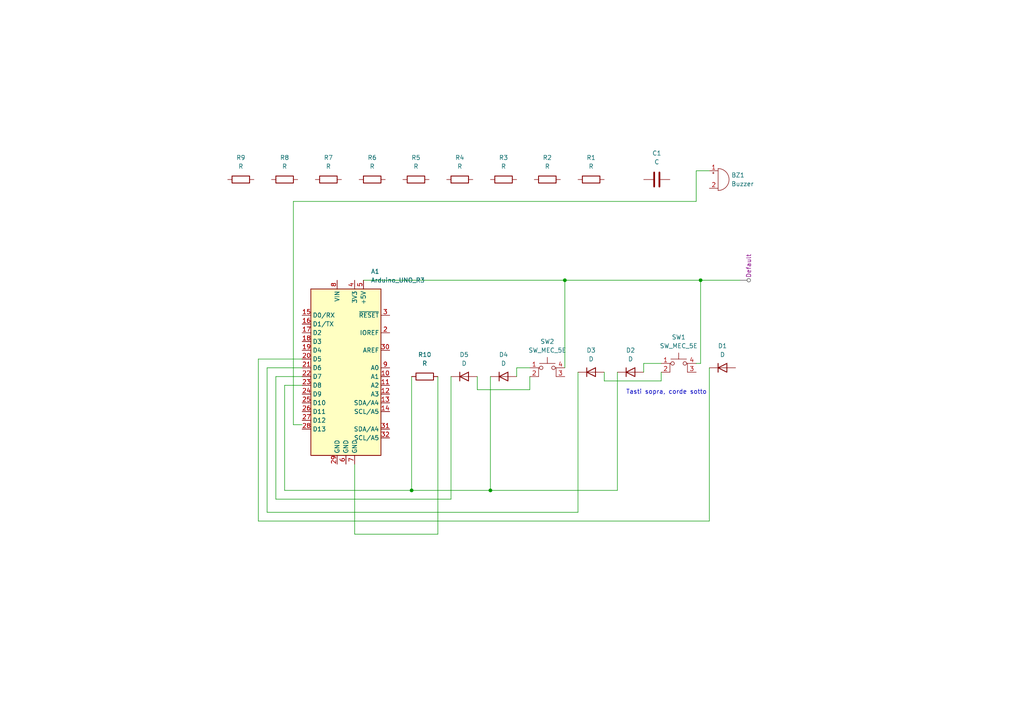
<source format=kicad_sch>
(kicad_sch (version 20250114) (generator "eeschema") (generator_version "9.0")
  (paper "A4")
  (lib_symbols
    (symbol "Device:Buzzer" (pin_names (offset 0.0254) (hide yes))
      (property "Reference" "BZ" (at 3.81 1.27 0))
      (property "Value" "Buzzer" (at 3.81 -1.27 0))
      (symbol "Buzzer_0_1"
        (polyline (pts (xy -1.651 1.905) (xy -1.143 1.905)))
        (polyline (pts (xy -1.397 2.159) (xy -1.397 1.651)))
        (arc (start 0 3.175) (mid 3.1612 0) (end 0 -3.175))
        (polyline (pts (xy 0 3.175) (xy 0 -3.175)))
      )
      (symbol "Buzzer_1_1"
        (pin passive line (at -2.54 2.54 0) (length 2.54) (name "+") (number "1"))
        (pin passive line (at -2.54 -2.54 0) (length 2.54) (name "-") (number "2"))
      )
    )
    (symbol "Device:C" (pin_numbers (hide yes)) (pin_names (offset 0.254))
      (property "Reference" "C" (at 0.635 2.54 0))
      (property "Value" "C" (at 0.635 -2.54 0))
      (symbol "C_0_1"
        (polyline (pts (xy -2.032 0.762) (xy 2.032 0.762)) (stroke (width 0.508)))
        (polyline (pts (xy -2.032 -0.762) (xy 2.032 -0.762)) (stroke (width 0.508)))
      )
      (symbol "C_1_1"
        (pin passive line (at 0 3.81 270) (length 2.794) (name "~") (number "1"))
        (pin passive line (at 0 -3.81 90) (length 2.794) (name "~") (number "2"))
      )
    )
    (symbol "Device:D" (pin_numbers (hide yes)) (pin_names (offset 1.016) (hide yes))
      (property "Reference" "D" (at 0 2.54 0))
      (property "Value" "D" (at 0 -2.54 0))
      (symbol "D_0_1"
        (polyline (pts (xy -1.27 1.27) (xy -1.27 -1.27)) (stroke (width 0.254)))
        (polyline (pts (xy 1.27 1.27) (xy 1.27 -1.27) (xy -1.27 0) (xy 1.27 1.27)) (stroke (width 0.254)))
        (polyline (pts (xy 1.27 0) (xy -1.27 0)))
      )
      (symbol "D_1_1"
        (pin passive line (at -3.81 0 0) (length 2.54) (name "K") (number "1"))
        (pin passive line (at 3.81 0 180) (length 2.54) (name "A") (number "2"))
      )
    )
    (symbol "Device:R" (pin_numbers (hide yes)) (pin_names (offset 0))
      (property "Reference" "R" (at 2.032 0 90))
      (property "Value" "R" (at 0 0 90))
      (symbol "R_0_1"
        (rectangle (start -1.016 -2.54) (end 1.016 2.54) (stroke (width 0.254)))
      )
      (symbol "R_1_1"
        (pin passive line (at 0 3.81 270) (length 1.27) (name "~") (number "1"))
        (pin passive line (at 0 -3.81 90) (length 1.27) (name "~") (number "2"))
      )
    )
    (symbol "MCU_Module:Arduino_UNO_R3"
      (property "Reference" "A" (at -10.16 23.495 0))
      (property "Value" "Arduino_UNO_R3" (at 5.08 -26.67 0))
      (symbol "Arduino_UNO_R3_0_1"
        (rectangle (start -10.16 22.86) (end 10.16 -25.4) (stroke (width 0.254)) (fill (type background)))
      )
      (symbol "Arduino_UNO_R3_1_1"
        (pin bidirectional line (at -12.7 15.24 0) (length 2.54) (name "D0/RX") (number "15"))
        (pin bidirectional line (at -12.7 12.7 0) (length 2.54) (name "D1/TX") (number "16"))
        (pin bidirectional line (at -12.7 10.16 0) (length 2.54) (name "D2") (number "17"))
        (pin bidirectional line (at -12.7 7.62 0) (length 2.54) (name "D3") (number "18"))
        (pin bidirectional line (at -12.7 5.08 0) (length 2.54) (name "D4") (number "19"))
        (pin bidirectional line (at -12.7 2.54 0) (length 2.54) (name "D5") (number "20"))
        (pin bidirectional line (at -12.7 0 0) (length 2.54) (name "D6") (number "21"))
        (pin bidirectional line (at -12.7 -2.54 0) (length 2.54) (name "D7") (number "22"))
        (pin bidirectional line (at -12.7 -5.08 0) (length 2.54) (name "D8") (number "23"))
        (pin bidirectional line (at -12.7 -7.62 0) (length 2.54) (name "D9") (number "24"))
        (pin bidirectional line (at -12.7 -10.16 0) (length 2.54) (name "D10") (number "25"))
        (pin bidirectional line (at -12.7 -12.7 0) (length 2.54) (name "D11") (number "26"))
        (pin bidirectional line (at -12.7 -15.24 0) (length 2.54) (name "D12") (number "27"))
        (pin bidirectional line (at -12.7 -17.78 0) (length 2.54) (name "D13") (number "28"))
        (pin no_connect line (at -10.16 -20.32 0) (length 2.54) (hide yes) (name "NC") (number "1"))
        (pin power_in line (at -2.54 25.4 270) (length 2.54) (name "VIN") (number "8"))
        (pin power_in line (at -2.54 -27.94 90) (length 2.54) (name "GND") (number "29"))
        (pin power_in line (at 0 -27.94 90) (length 2.54) (name "GND") (number "6"))
        (pin power_out line (at 2.54 25.4 270) (length 2.54) (name "3V3") (number "4"))
        (pin power_in line (at 2.54 -27.94 90) (length 2.54) (name "GND") (number "7"))
        (pin power_out line (at 5.08 25.4 270) (length 2.54) (name "+5V") (number "5"))
        (pin input line (at 12.7 15.24 180) (length 2.54) (name "~{RESET}") (number "3"))
        (pin output line (at 12.7 10.16 180) (length 2.54) (name "IOREF") (number "2"))
        (pin input line (at 12.7 5.08 180) (length 2.54) (name "AREF") (number "30"))
        (pin bidirectional line (at 12.7 0 180) (length 2.54) (name "A0") (number "9"))
        (pin bidirectional line (at 12.7 -2.54 180) (length 2.54) (name "A1") (number "10"))
        (pin bidirectional line (at 12.7 -5.08 180) (length 2.54) (name "A2") (number "11"))
        (pin bidirectional line (at 12.7 -7.62 180) (length 2.54) (name "A3") (number "12"))
        (pin bidirectional line (at 12.7 -10.16 180) (length 2.54) (name "SDA/A4") (number "13"))
        (pin bidirectional line (at 12.7 -12.7 180) (length 2.54) (name "SCL/A5") (number "14"))
        (pin bidirectional line (at 12.7 -17.78 180) (length 2.54) (name "SDA/A4") (number "31"))
        (pin bidirectional line (at 12.7 -20.32 180) (length 2.54) (name "SCL/A5") (number "32"))
      )
    )
    (symbol "Switch:SW_MEC_5E" (pin_names (offset 1.016) (hide yes))
      (property "Reference" "SW" (at 0.635 5.715 0))
      (property "Value" "SW_MEC_5E" (at 0 -3.175 0))
      (symbol "SW_MEC_5E_0_1"
        (polyline (pts (xy -2.54 0) (xy -2.54 2.54) (xy -2.286 2.54)))
        (polyline (pts (xy -2.286 3.81) (xy 2.286 3.81)))
        (circle (center -1.778 2.54) (radius 0.508))
        (polyline (pts (xy 0 3.81) (xy 0 5.588)))
        (circle (center 1.778 2.54) (radius 0.508))
        (polyline (pts (xy 2.54 0) (xy 2.54 2.54) (xy 2.286 2.54)))
        (pin passive line (at -5.08 2.54 0) (length 2.54) (name "1") (number "1"))
        (pin passive line (at -5.08 0 0) (length 2.54) (name "2") (number "2"))
        (pin passive line (at 5.08 2.54 180) (length 2.54) (name "A") (number "4"))
        (pin passive line (at 5.08 0 180) (length 2.54) (name "K") (number "3"))
      )
    )
  )
  (text "Tasti sopra, corde sotto" (at 193.294 113.792 0) (effects (font (size 1.27 1.27))))
  (junction (at 119.38 142.24))
  (junction (at 163.83 81.28))
  (junction (at 142.24 142.24))
  (junction (at 203.2 81.28))
  (wire (pts (xy 130.81 109.22) (xy 130.81 144.78)))
  (wire (pts (xy 153.67 109.22) (xy 153.67 113.03)))
  (wire (pts (xy 82.55 111.76) (xy 87.63 111.76)))
  (wire (pts (xy 85.09 123.19) (xy 85.09 58.42)))
  (wire (pts (xy 119.38 142.24) (xy 82.55 142.24)))
  (wire (pts (xy 119.38 142.24) (xy 142.24 142.24)))
  (wire (pts (xy 167.64 148.59) (xy 167.64 107.95)))
  (wire (pts (xy 138.43 109.22) (xy 138.43 113.03)))
  (wire (pts (xy 191.77 105.41) (xy 186.69 105.41)))
  (wire (pts (xy 186.69 105.41) (xy 186.69 107.95)))
  (wire (pts (xy 85.09 58.42) (xy 201.93 58.42)))
  (wire (pts (xy 163.83 81.28) (xy 163.83 106.68)))
  (wire (pts (xy 203.2 105.41) (xy 201.93 105.41)))
  (wire (pts (xy 82.55 142.24) (xy 82.55 111.76)))
  (wire (pts (xy 87.63 106.68) (xy 77.47 106.68)))
  (wire (pts (xy 77.47 106.68) (xy 77.47 148.59)))
  (wire (pts (xy 127 154.94) (xy 127 109.22)))
  (wire (pts (xy 201.93 49.53) (xy 205.74 49.53)))
  (wire (pts (xy 87.63 104.14) (xy 74.93 104.14)))
  (wire (pts (xy 74.93 151.13) (xy 205.74 151.13)))
  (wire (pts (xy 163.83 81.28) (xy 203.2 81.28)))
  (wire (pts (xy 214.63 81.28) (xy 203.2 81.28)))
  (wire (pts (xy 102.87 154.94) (xy 127 154.94)))
  (wire (pts (xy 191.77 107.95) (xy 191.77 110.49)))
  (wire (pts (xy 102.87 134.62) (xy 102.87 154.94)))
  (wire (pts (xy 205.74 151.13) (xy 205.74 106.68)))
  (wire (pts (xy 105.41 81.28) (xy 163.83 81.28)))
  (wire (pts (xy 179.07 142.24) (xy 179.07 107.95)))
  (wire (pts (xy 175.26 110.49) (xy 175.26 107.95)))
  (wire (pts (xy 77.47 148.59) (xy 167.64 148.59)))
  (wire (pts (xy 201.93 49.53) (xy 201.93 58.42)))
  (wire (pts (xy 149.86 106.68) (xy 149.86 109.22)))
  (wire (pts (xy 203.2 81.28) (xy 203.2 105.41)))
  (wire (pts (xy 191.77 110.49) (xy 175.26 110.49)))
  (wire (pts (xy 74.93 104.14) (xy 74.93 151.13)))
  (wire (pts (xy 153.67 113.03) (xy 138.43 113.03)))
  (wire (pts (xy 142.24 142.24) (xy 179.07 142.24)))
  (wire (pts (xy 142.24 142.24) (xy 142.24 109.22)))
  (wire (pts (xy 130.81 144.78) (xy 80.01 144.78)))
  (wire (pts (xy 80.01 109.22) (xy 87.63 109.22)))
  (wire (pts (xy 80.01 144.78) (xy 80.01 109.22)))
  (wire (pts (xy 119.38 109.22) (xy 119.38 142.24)))
  (wire (pts (xy 87.63 123.19) (xy 85.09 123.19)))
  (wire (pts (xy 153.67 106.68) (xy 149.86 106.68)))
  (netclass_flag "" (length 2.54) (shape round) (at 214.63 81.28 270) (property "Netclass" "Default" (at 217.17 80.5815 90) (effects (justify left))))
  (symbol (lib_id "Device:D") (at 134.62 109.22 0) (unit 1)
    (property "Reference" "D5" (at 134.62 102.87 0))
    (property "Value" "D" (at 134.62 105.41 0))
    (property "Description" "Diode" (effects (hide yes)))
    (property "Sim.Device" "D" (effects (hide yes)))
    (property "Sim.Pins" "1=K 2=A" (effects (hide yes)))
  )
  (symbol (lib_id "Device:C") (at 190.5 52.07 90) (unit 1)
    (property "Reference" "C1" (at 190.5 44.45 90))
    (property "Value" "C" (at 190.5 46.99 90))
    (property "Description" "Unpolarized capacitor" (effects (hide yes)))
  )
  (symbol (lib_id "Device:R") (at 95.25 52.07 90) (unit 1)
    (property "Reference" "R7" (at 95.25 45.72 90))
    (property "Value" "R" (at 95.25 48.26 90))
    (property "Description" "Resistor" (effects (hide yes)))
  )
  (symbol (lib_id "Device:D") (at 146.05 109.22 0) (unit 1)
    (property "Reference" "D4" (at 146.05 102.87 0))
    (property "Value" "D" (at 146.05 105.41 0))
    (property "Description" "Diode" (effects (hide yes)))
    (property "Sim.Device" "D" (effects (hide yes)))
    (property "Sim.Pins" "1=K 2=A" (effects (hide yes)))
  )
  (symbol (lib_id "Device:Buzzer") (at 208.28 52.07 0) (unit 1)
    (property "Reference" "BZ1" (at 212.09 50.7999 0) (effects (justify left)))
    (property "Value" "Buzzer" (at 212.09 53.3399 0) (effects (justify left)))
    (property "Description" "Buzzer, polarized" (effects (hide yes)))
  )
  (symbol (lib_id "Device:R") (at 123.19 109.22 90) (unit 1)
    (property "Reference" "R10" (at 123.19 102.87 90))
    (property "Value" "R" (at 123.19 105.41 90))
    (property "Description" "Resistor" (effects (hide yes)))
  )
  (symbol (lib_id "Device:D") (at 171.45 107.95 0) (unit 1)
    (property "Reference" "D3" (at 171.45 101.6 0))
    (property "Value" "D" (at 171.45 104.14 0))
    (property "Description" "Diode" (effects (hide yes)))
    (property "Sim.Device" "D" (effects (hide yes)))
    (property "Sim.Pins" "1=K 2=A" (effects (hide yes)))
  )
  (symbol (lib_id "Device:R") (at 146.05 52.07 90) (unit 1)
    (property "Reference" "R3" (at 146.05 45.72 90))
    (property "Value" "R" (at 146.05 48.26 90))
    (property "Description" "Resistor" (effects (hide yes)))
  )
  (symbol (lib_id "Device:R") (at 133.35 52.07 90) (unit 1)
    (property "Reference" "R4" (at 133.35 45.72 90))
    (property "Value" "R" (at 133.35 48.26 90))
    (property "Description" "Resistor" (effects (hide yes)))
  )
  (symbol (lib_id "MCU_Module:Arduino_UNO_R3") (at 100.33 106.68 0) (unit 1)
    (property "Reference" "A1" (at 107.5533 78.74 0) (effects (justify left)))
    (property "Value" "Arduino_UNO_R3" (at 107.5533 81.28 0) (effects (justify left)))
    (property "Footprint" "Module:Arduino_UNO_R3" (effects (hide yes)))
    (property "Datasheet" "https://www.arduino.cc/en/Main/arduinoBoardUno" (effects (hide yes)))
    (property "Description" "Arduino UNO Microcontroller Module, release 3" (effects (hide yes)))
  )
  (symbol (lib_id "Switch:SW_MEC_5E") (at 196.85 107.95 0) (unit 1)
    (property "Reference" "SW1" (at 196.85 97.79 0))
    (property "Value" "SW_MEC_5E" (at 196.85 100.33 0))
    (property "Footprint" "Button_Switch_SMD:SW_MEC_5GSH9" (effects (hide yes)))
    (property "Datasheet" "http://www.apem.com/int/index.php?controller=attachment&id_attachment=1371" (effects (hide yes)))
    (property "Description" "MEC 5E single pole normally-open tactile switch" (effects (hide yes)))
  )
  (symbol (lib_id "Device:R") (at 82.55 52.07 90) (unit 1)
    (property "Reference" "R8" (at 82.55 45.72 90))
    (property "Value" "R" (at 82.55 48.26 90))
    (property "Description" "Resistor" (effects (hide yes)))
  )
  (symbol (lib_id "Device:R") (at 69.85 52.07 90) (unit 1)
    (property "Reference" "R9" (at 69.85 45.72 90))
    (property "Value" "R" (at 69.85 48.26 90))
    (property "Description" "Resistor" (effects (hide yes)))
  )
  (symbol (lib_id "Device:R") (at 158.75 52.07 90) (unit 1)
    (property "Reference" "R2" (at 158.75 45.72 90))
    (property "Value" "R" (at 158.75 48.26 90))
    (property "Description" "Resistor" (effects (hide yes)))
  )
  (symbol (lib_id "Switch:SW_MEC_5E") (at 158.75 109.22 0) (unit 1)
    (property "Reference" "SW2" (at 158.75 99.06 0))
    (property "Value" "SW_MEC_5E" (at 158.75 101.6 0))
    (property "Footprint" "Button_Switch_SMD:SW_MEC_5GSH9" (effects (hide yes)))
    (property "Datasheet" "http://www.apem.com/int/index.php?controller=attachment&id_attachment=1371" (effects (hide yes)))
    (property "Description" "MEC 5E single pole normally-open tactile switch" (effects (hide yes)))
  )
  (symbol (lib_id "Device:D") (at 182.88 107.95 0) (unit 1)
    (property "Reference" "D2" (at 182.88 101.6 0))
    (property "Value" "D" (at 182.88 104.14 0))
    (property "Description" "Diode" (effects (hide yes)))
    (property "Sim.Device" "D" (effects (hide yes)))
    (property "Sim.Pins" "1=K 2=A" (effects (hide yes)))
  )
  (symbol (lib_id "Device:R") (at 120.65 52.07 90) (unit 1)
    (property "Reference" "R5" (at 120.65 45.72 90))
    (property "Value" "R" (at 120.65 48.26 90))
    (property "Description" "Resistor" (effects (hide yes)))
  )
  (symbol (lib_id "Device:R") (at 171.45 52.07 90) (unit 1)
    (property "Reference" "R1" (at 171.45 45.72 90))
    (property "Value" "R" (at 171.45 48.26 90))
    (property "Description" "Resistor" (effects (hide yes)))
  )
  (symbol (lib_id "Device:R") (at 107.95 52.07 90) (unit 1)
    (property "Reference" "R6" (at 107.95 45.72 90))
    (property "Value" "R" (at 107.95 48.26 90))
    (property "Description" "Resistor" (effects (hide yes)))
  )
  (symbol (lib_id "Device:D") (at 209.55 106.68 0) (unit 1)
    (property "Reference" "D1" (at 209.55 100.33 0))
    (property "Value" "D" (at 209.55 102.87 0))
    (property "Description" "Diode" (effects (hide yes)))
    (property "Sim.Device" "D" (effects (hide yes)))
    (property "Sim.Pins" "1=K 2=A" (effects (hide yes)))
  )
)
</source>
